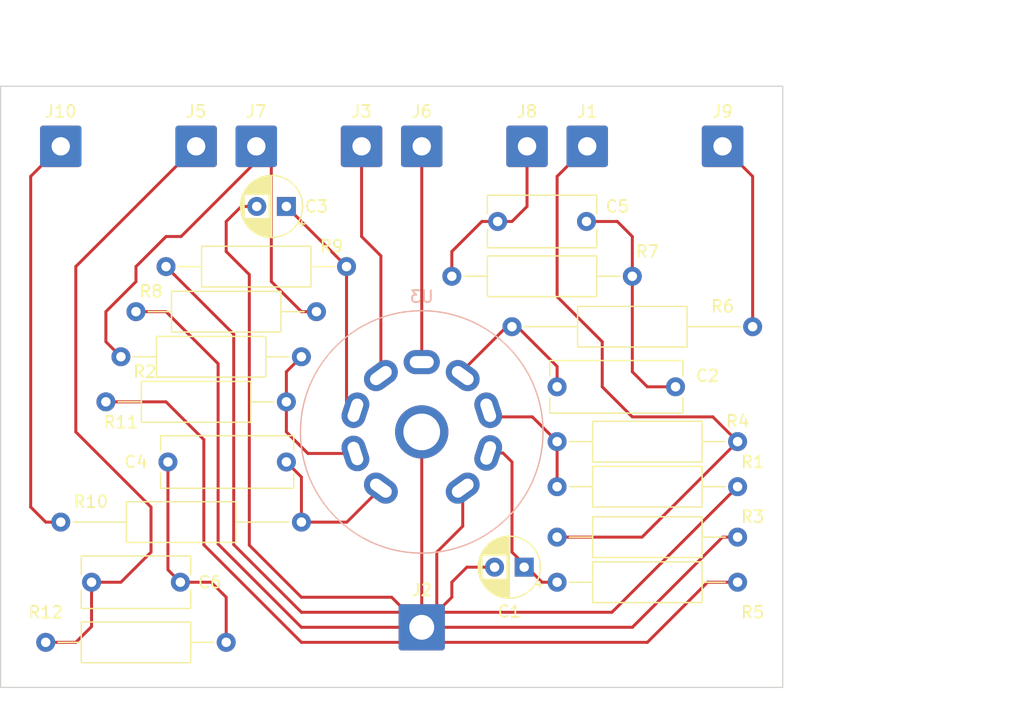
<source format=kicad_pcb>
(kicad_pcb (version 20211014) (generator pcbnew)
  (layers (0 "F.Cu" signal) (31 "B.Cu" signal) (34 "B.Paste" user) (35 "F.Paste" user) (36 "B.SilkS" user "B.Silkscreen") (37 "F.SilkS" user "F.Silkscreen") (38 "B.Mask" user) (39 "F.Mask" user) (44 "Edge.Cuts" user))
  (net 0 "")
  (net 1 "GND")
  (net 2 "Net-(C1-Pad1)")
  (net 3 "Net-(C3-Pad1)")
  (net 4 "Net-(C4-Pad1)")
  (net 5 "Net-(C2-Pad1)")
  (net 6 "Net-(C2-Pad2)")
  (net 7 "Net-(J8-Pad1)")
  (net 8 "Net-(J7-Pad1)")
  (net 9 "-3V3")
  (net 10 "+3V0")
  (net 11 "Net-(C4-Pad2)")
  (net 12 "Net-(J1-Pad1)")
  (net 13 "Net-(J5-Pad1)")
  (net 14 "Net-(J9-Pad1)")
  (net 15 "Net-(J10-Pad1)")
  (net 16 "Net-(R1-Pad2)")
  (net 17 "Net-(R11-Pad2)")
  (footprint "Resistor_THT:R_Axial_DIN0309_L9.0mm_D3.2mm_P15.24mm_Horizontal" (layer "F.Cu") (at 120.65 99.06)
    (fp_text reference "R8" (at 1.27 -1.72) (layer "F.SilkS"))
    (fp_text value "LEAK")
    (fp_line (start 12.24 -1.72) (end 3 -1.72) (layer "F.SilkS") (width 0.12))
    (fp_line (start 3 1.72) (end 12.24 1.72) (layer "F.SilkS") (width 0.12))
    (fp_line (start 14.2 0) (end 12.24 0) (layer "F.SilkS") (width 0.12))
    (fp_line (start 3 -1.72) (end 3 1.72) (layer "F.SilkS") (width 0.12))
    (fp_line (start 12.24 1.72) (end 12.24 -1.72) (layer "F.SilkS") (width 0.12))
    (fp_line (start 1.04 0) (end 3 0) (layer "F.SilkS") (width 0.12))
    (pad "1" thru_hole circle (at 0 0) (size 1.6 1.6) (drill 0.8) (layers *.Cu *.Mask) (net 1 "GND"))
    (pad "2" thru_hole oval (at 15.24 0) (size 1.6 1.6) (drill 0.8) (layers *.Cu *.Mask) (net 8 "Net-(J7-Pad1)"))
  )
  (footprint "Capacitor_THT:C_Rect_L11.0mm_W4.2mm_P10.00mm_MKT" (layer "F.Cu") (at 156.21 105.41)
    (fp_text reference "C2" (at 12.7 -0.925) (layer "F.SilkS"))
    (fp_text value "22n")
    (fp_line (start -0.62 2.22) (end 10.62 2.22) (layer "F.SilkS") (width 0.12))
    (fp_line (start 10.62 -2.22) (end 10.62 -0.925) (layer "F.SilkS") (width 0.12))
    (fp_line (start -0.62 -2.22) (end -0.62 -0.925) (layer "F.SilkS") (width 0.12))
    (fp_line (start -0.62 -2.22) (end 10.62 -2.22) (layer "F.SilkS") (width 0.12))
    (fp_line (start 10.62 0.925) (end 10.62 2.22) (layer "F.SilkS") (width 0.12))
    (fp_line (start -0.62 0.925) (end -0.62 2.22) (layer "F.SilkS") (width 0.12))
    (pad "1" thru_hole circle (at 0 0) (size 1.6 1.6) (drill 0.8) (layers *.Cu *.Mask) (net 5 "Net-(C2-Pad1)"))
    (pad "2" thru_hole circle (at 10 0) (size 1.6 1.6) (drill 0.8) (layers *.Cu *.Mask) (net 6 "Net-(C2-Pad2)"))
  )
  (footprint "Connector_Wire:SolderWire-0.75sqmm_1x01_D1.25mm_OD3.5mm" (layer "F.Cu") (at 170.18 85.09)
    (fp_text reference "J9" (at 0 -2.95) (layer "F.SilkS"))
    (fp_text value "HT_V2")
    (pad "1" thru_hole roundrect (at 0 0) (size 3.5 3.5) (drill 1.55) (layers *.Cu *.Mask) (roundrect_rratio 0.071429) (net 14 "Net-(J9-Pad1)"))
  )
  (footprint "Connector_Wire:SolderWire-0.75sqmm_1x01_D1.25mm_OD3.5mm" (layer "F.Cu") (at 130.81 85.09)
    (fp_text reference "J7" (at 0 -2.95) (layer "F.SilkS"))
    (fp_text value "IN_V1")
    (pad "1" thru_hole roundrect (at 0 0) (size 3.5 3.5) (drill 1.55) (layers *.Cu *.Mask) (roundrect_rratio 0.071429) (net 8 "Net-(J7-Pad1)"))
  )
  (footprint "Resistor_THT:R_Axial_DIN0309_L9.0mm_D3.2mm_P20.32mm_Horizontal" (layer "F.Cu") (at 114.3 116.84)
    (fp_text reference "R10" (at 2.54 -1.72) (layer "F.SilkS"))
    (fp_text value "220K")
    (fp_line (start 19.28 0) (end 14.78 0) (layer "F.SilkS") (width 0.12))
    (fp_line (start 14.78 -1.72) (end 5.54 -1.72) (layer "F.SilkS") (width 0.12))
    (fp_line (start 5.54 -1.72) (end 5.54 1.72) (layer "F.SilkS") (width 0.12))
    (fp_line (start 1.04 0) (end 5.54 0) (layer "F.SilkS") (width 0.12))
    (fp_line (start 5.54 1.72) (end 14.78 1.72) (layer "F.SilkS") (width 0.12))
    (fp_line (start 14.78 1.72) (end 14.78 -1.72) (layer "F.SilkS") (width 0.12))
    (pad "1" thru_hole circle (at 0 0) (size 1.6 1.6) (drill 0.8) (layers *.Cu *.Mask) (net 15 "Net-(J10-Pad1)"))
    (pad "2" thru_hole oval (at 20.32 0) (size 1.6 1.6) (drill 0.8) (layers *.Cu *.Mask) (net 4 "Net-(C4-Pad1)"))
  )
  (footprint "Connector_Wire:SolderWire-0.75sqmm_1x01_D1.25mm_OD3.5mm" (layer "F.Cu") (at 114.3 85.09)
    (fp_text reference "J10" (at 0 -2.95) (layer "F.SilkS"))
    (fp_text value "HT_V1")
    (pad "1" thru_hole roundrect (at 0 0) (size 3.5 3.5) (drill 1.55) (layers *.Cu *.Mask) (roundrect_rratio 0.071429) (net 15 "Net-(J10-Pad1)"))
  )
  (footprint "Connector_Wire:SolderWire-1.5sqmm_1x01_D1.7mm_OD3.9mm" (layer "F.Cu") (at 144.78 125.73)
    (fp_text reference "J2" (at 0 -3.15) (layer "F.SilkS"))
    (fp_text value "GND")
    (pad "1" thru_hole roundrect (at 0 0) (size 3.9 3.9) (drill 2.1) (layers *.Cu *.Mask) (roundrect_rratio 0.064103) (net 1 "GND"))
  )
  (footprint "Connector_Wire:SolderWire-0.75sqmm_1x01_D1.25mm_OD3.5mm" (layer "F.Cu") (at 125.73 85.09)
    (fp_text reference "J5" (at 0 -2.95) (layer "F.SilkS"))
    (fp_text value "OUT_V1")
    (pad "1" thru_hole roundrect (at 0 0) (size 3.5 3.5) (drill 1.55) (layers *.Cu *.Mask) (roundrect_rratio 0.071429) (net 13 "Net-(J5-Pad1)"))
  )
  (footprint "Resistor_THT:R_Axial_DIN0309_L9.0mm_D3.2mm_P15.24mm_Horizontal" (layer "F.Cu") (at 156.21 121.92)
    (fp_text reference "R5" (at 16.51 2.54) (layer "F.SilkS"))
    (fp_text value "1.8K")
    (fp_line (start 3 -1.72) (end 3 1.72) (layer "F.SilkS") (width 0.12))
    (fp_line (start 12.24 1.72) (end 12.24 -1.72) (layer "F.SilkS") (width 0.12))
    (fp_line (start 12.24 -1.72) (end 3 -1.72) (layer "F.SilkS") (width 0.12))
    (fp_line (start 1.04 0) (end 3 0) (layer "F.SilkS") (width 0.12))
    (fp_line (start 14.2 0) (end 12.24 0) (layer "F.SilkS") (width 0.12))
    (fp_line (start 3 1.72) (end 12.24 1.72) (layer "F.SilkS") (width 0.12))
    (pad "1" thru_hole circle (at 0 0) (size 1.6 1.6) (drill 0.8) (layers *.Cu *.Mask) (net 2 "Net-(C1-Pad1)"))
    (pad "2" thru_hole oval (at 15.24 0) (size 1.6 1.6) (drill 0.8) (layers *.Cu *.Mask) (net 1 "GND"))
  )
  (footprint "Capacitor_THT:C_Rect_L9.0mm_W4.2mm_P7.50mm_MKT" (layer "F.Cu") (at 124.4 121.92 180)
    (fp_text reference "C6" (at -2.48 0) (layer "F.SilkS"))
    (fp_text value "BRIGHT")
    (fp_line (start 8.37 -2.22) (end 8.37 -0.665) (layer "F.SilkS") (width 0.12))
    (fp_line (start -0.87 -2.22) (end 8.37 -2.22) (layer "F.SilkS") (width 0.12))
    (fp_line (start 8.37 0.665) (end 8.37 2.22) (layer "F.SilkS") (width 0.12))
    (fp_line (start -0.87 0.665) (end -0.87 2.22) (layer "F.SilkS") (width 0.12))
    (fp_line (start -0.87 2.22) (end 8.37 2.22) (layer "F.SilkS") (width 0.12))
    (fp_line (start -0.87 -2.22) (end -0.87 -0.665) (layer "F.SilkS") (width 0.12))
    (pad "1" thru_hole circle (at 0 0 180) (size 1.6 1.6) (drill 0.8) (layers *.Cu *.Mask) (net 11 "Net-(C4-Pad2)"))
    (pad "2" thru_hole circle (at 7.5 0 180) (size 1.6 1.6) (drill 0.8) (layers *.Cu *.Mask) (net 13 "Net-(J5-Pad1)"))
  )
  (footprint "Resistor_THT:R_Axial_DIN0309_L9.0mm_D3.2mm_P15.24mm_Horizontal" (layer "F.Cu") (at 119.38 102.87)
    (fp_text reference "R2" (at 2.02 1.27) (layer "F.SilkS"))
    (fp_text value "GRID")
    (fp_line (start 14.2 0) (end 12.24 0) (layer "F.SilkS") (width 0.12))
    (fp_line (start 3 1.72) (end 12.24 1.72) (layer "F.SilkS") (width 0.12))
    (fp_line (start 12.24 -1.72) (end 3 -1.72) (layer "F.SilkS") (width 0.12))
    (fp_line (start 3 -1.72) (end 3 1.72) (layer "F.SilkS") (width 0.12))
    (fp_line (start 1.04 0) (end 3 0) (layer "F.SilkS") (width 0.12))
    (fp_line (start 12.24 1.72) (end 12.24 -1.72) (layer "F.SilkS") (width 0.12))
    (pad "1" thru_hole circle (at 0 0) (size 1.6 1.6) (drill 0.8) (layers *.Cu *.Mask) (net 8 "Net-(J7-Pad1)"))
    (pad "2" thru_hole oval (at 15.24 0) (size 1.6 1.6) (drill 0.8) (layers *.Cu *.Mask) (net 17 "Net-(R11-Pad2)"))
  )
  (footprint "Capacitor_THT:C_Rect_L9.0mm_W4.2mm_P7.50mm_MKT" (layer "F.Cu") (at 158.69 91.44 180)
    (fp_text reference "C5" (at -2.6 1.27) (layer "F.SilkS"))
    (fp_text value "BRIGHT")
    (fp_line (start 8.37 0.665) (end 8.37 2.22) (layer "F.SilkS") (width 0.12))
    (fp_line (start -0.87 -2.22) (end 8.37 -2.22) (layer "F.SilkS") (width 0.12))
    (fp_line (start -0.87 0.665) (end -0.87 2.22) (layer "F.SilkS") (width 0.12))
    (fp_line (start -0.87 2.22) (end 8.37 2.22) (layer "F.SilkS") (width 0.12))
    (fp_line (start 8.37 -2.22) (end 8.37 -0.665) (layer "F.SilkS") (width 0.12))
    (fp_line (start -0.87 -2.22) (end -0.87 -0.665) (layer "F.SilkS") (width 0.12))
    (pad "1" thru_hole circle (at 0 0 180) (size 1.6 1.6) (drill 0.8) (layers *.Cu *.Mask) (net 6 "Net-(C2-Pad2)"))
    (pad "2" thru_hole circle (at 7.5 0 180) (size 1.6 1.6) (drill 0.8) (layers *.Cu *.Mask) (net 7 "Net-(J8-Pad1)"))
  )
  (footprint "Resistor_THT:R_Axial_DIN0309_L9.0mm_D3.2mm_P15.24mm_Horizontal" (layer "F.Cu") (at 156.21 118.11)
    (fp_text reference "R3" (at 16.51 -1.72) (layer "F.SilkS"))
    (fp_text value "LEAK")
    (fp_line (start 1.04 0) (end 3 0) (layer "F.SilkS") (width 0.12))
    (fp_line (start 12.24 -1.72) (end 3 -1.72) (layer "F.SilkS") (width 0.12))
    (fp_line (start 14.2 0) (end 12.24 0) (layer "F.SilkS") (width 0.12))
    (fp_line (start 3 -1.72) (end 3 1.72) (layer "F.SilkS") (width 0.12))
    (fp_line (start 12.24 1.72) (end 12.24 -1.72) (layer "F.SilkS") (width 0.12))
    (fp_line (start 3 1.72) (end 12.24 1.72) (layer "F.SilkS") (width 0.12))
    (pad "1" thru_hole circle (at 0 0) (size 1.6 1.6) (drill 0.8) (layers *.Cu *.Mask) (net 12 "Net-(J1-Pad1)"))
    (pad "2" thru_hole oval (at 15.24 0) (size 1.6 1.6) (drill 0.8) (layers *.Cu *.Mask) (net 1 "GND"))
  )
  (footprint "MountingHole:MountingHole_3.2mm_M3" (layer "F.Cu") (at 171.45 127)
    (fp_text reference "H1" hide)
    (fp_text value "MountingHole")
    (pad "" np_thru_hole circle (at 0 0) (size 3.2 3.2) (drill 3.2) (layers *.Cu *.Mask))
  )
  (footprint "MountingHole:MountingHole_3.2mm_M3" (layer "F.Cu") (at 190.5 76.2)
    (fp_text reference "H2" hide)
    (fp_text value "MountingHole")
    (pad "" np_thru_hole circle (at 0 0) (size 3.2 3.2) (drill 3.2) (layers *.Cu *.Mask))
  )
  (footprint "Connector_Wire:SolderWire-0.75sqmm_1x01_D1.25mm_OD3.5mm" (layer "F.Cu") (at 153.67 85.09)
    (fp_text reference "J8" (at 0 -2.95) (layer "F.SilkS"))
    (fp_text value "OUT_V2")
    (pad "1" thru_hole roundrect (at 0 0) (size 3.5 3.5) (drill 1.55) (layers *.Cu *.Mask) (roundrect_rratio 0.071429) (net 7 "Net-(J8-Pad1)"))
  )
  (footprint "Connector_Wire:SolderWire-0.75sqmm_1x01_D1.25mm_OD3.5mm" (layer "F.Cu") (at 144.78 85.09)
    (fp_text reference "J6" (at 0 -2.95) (layer "F.SilkS"))
    (fp_text value "ACFIL")
    (pad "1" thru_hole roundrect (at 0 0) (size 3.5 3.5) (drill 1.55) (layers *.Cu *.Mask) (roundrect_rratio 0.071429) (net 10 "+3V0"))
  )
  (footprint "Capacitor_THT:CP_Radial_D5.0mm_P2.50mm" (layer "F.Cu") (at 133.35 90.17 180)
    (fp_text reference "C3" (at -2.54 0) (layer "F.SilkS"))
    (fp_text value "1µF")
    (fp_line (start 3.091 1.04) (end 3.091 1.826) (layer "F.SilkS") (width 0.12))
    (fp_line (start 3.491 -1.319) (end 3.491 -1.04) (layer "F.SilkS") (width 0.12))
    (fp_line (start 1.61 -2.556) (end 1.61 -1.04) (layer "F.SilkS") (width 0.12))
    (fp_line (start 3.651 -1.011) (end 3.651 1.011) (layer "F.SilkS") (width 0.12))
    (fp_line (start 2.051 -2.455) (end 2.051 -1.04) (layer "F.SilkS") (width 0.12))
    (fp_line (start 1.69 -2.543) (end 1.69 -1.04) (layer "F.SilkS") (width 0.12))
    (fp_line (start 2.731 -2.122) (end 2.731 -1.04) (layer "F.SilkS") (width 0.12))
    (fp_line (start 3.011 1.04) (end 3.011 1.901) (layer "F.SilkS") (width 0.12))
    (fp_line (start 3.691 -0.915) (end 3.691 0.915) (layer "F.SilkS") (width 0.12))
    (fp_line (start 1.53 1.04) (end 1.53 2.565) (layer "F.SilkS") (width 0.12))
    (fp_line (start 3.251 1.04) (end 3.251 1.653) (layer "F.SilkS") (width 0.12))
    (fp_line (start 2.011 -2.468) (end 2.011 -1.04) (layer "F.SilkS") (width 0.12))
    (fp_line (start 2.291 1.04) (end 2.291 2.365) (layer "F.SilkS") (width 0.12))
    (fp_line (start 2.931 -1.971) (end 2.931 -1.04) (layer "F.SilkS") (width 0.12))
    (fp_line (start 3.171 -1.743) (end 3.171 -1.04) (layer "F.SilkS") (width 0.12))
    (fp_line (start 3.051 1.04) (end 3.051 1.864) (layer "F.SilkS") (width 0.12))
    (fp_line (start 1.77 1.04) (end 1.77 2.528) (layer "F.SilkS") (width 0.12))
    (fp_line (start 2.251 -2.382) (end 2.251 -1.04) (layer "F.SilkS") (width 0.12))
    (fp_line (start 2.851 -2.035) (end 2.851 -1.04) (layer "F.SilkS") (width 0.12))
    (fp_line (start 1.33 -2.579) (end 1.33 2.579) (layer "F.SilkS") (width 0.12))
    (fp_line (start -1.304775 -1.725) (end -1.304775 -1.225) (layer "F.SilkS") (width 0.12))
    (fp_line (start 2.651 -2.175) (end 2.651 -1.04) (layer "F.SilkS") (width 0.12))
    (fp_line (start 2.691 -2.149) (end 2.691 -1.04) (layer "F.SilkS") (width 0.12))
    (fp_line (start 2.371 1.04) (end 2.371 2.329) (layer "F.SilkS") (width 0.12))
    (fp_line (start 2.851 1.04) (end 2.851 2.035) (layer "F.SilkS") (width 0.12))
    (fp_line (start 1.73 -2.536) (end 1.73 -1.04) (layer "F.SilkS") (width 0.12))
    (fp_line (start 3.411 1.04) (end 3.411 1.443) (layer "F.SilkS") (width 0.12))
    (fp_line (start 2.731 1.04) (end 2.731 2.122) (layer "F.SilkS") (width 0.12))
    (fp_line (start 2.211 1.04) (end 2.211 2.398) (layer "F.SilkS") (width 0.12))
    (fp_line (start 1.971 1.04) (end 1.971 2.48) (layer "F.SilkS") (width 0.12))
    (fp_line (start -1.554775 -1.475) (end -1.054775 -1.475) (layer "F.SilkS") (width 0.12))
    (fp_line (start 2.011 1.04) (end 2.011 2.468) (layer "F.SilkS") (width 0.12))
    (fp_line (start 2.491 1.04) (end 2.491 2.268) (layer "F.SilkS") (width 0.12))
    (fp_line (start 3.331 1.04) (end 3.331 1.554) (layer "F.SilkS") (width 0.12))
    (fp_line (start 2.971 1.04) (end 2.971 1.937) (layer "F.SilkS") (width 0.12))
    (fp_line (start 2.091 -2.442) (end 2.091 -1.04) (layer "F.SilkS") (width 0.12))
    (fp_line (start 2.411 -2.31) (end 2.411 -1.04) (layer "F.SilkS") (width 0.12))
    (fp_line (start 3.371 1.04) (end 3.371 1.5) (layer "F.SilkS") (width 0.12))
    (fp_line (start 3.771 -0.677) (end 3.771 0.677) (layer "F.SilkS") (width 0.12))
    (fp_line (start 1.53 -2.565) (end 1.53 -1.04) (layer "F.SilkS") (width 0.12))
    (fp_line (start 2.251 1.04) (end 2.251 2.382) (layer "F.SilkS") (width 0.12))
    (fp_line (start 3.131 -1.785) (end 3.131 -1.04) (layer "F.SilkS") (width 0.12))
    (fp_line (start 3.171 1.04) (end 3.171 1.743) (layer "F.SilkS") (width 0.12))
    (fp_line (start 1.89 -2.501) (end 1.89 -1.04) (layer "F.SilkS") (width 0.12))
    (fp_line (start 1.93 1.04) (end 1.93 2.491) (layer "F.SilkS") (width 0.12))
    (fp_line (start 3.131 1.04) (end 3.131 1.785) (layer "F.SilkS") (width 0.12))
    (fp_line (start 1.29 -2.58) (end 1.29 2.58) (layer "F.SilkS") (width 0.12))
    (fp_line (start 1.971 -2.48) (end 1.971 -1.04) (layer "F.SilkS") (width 0.12))
    (fp_line (start 2.811 1.04) (end 2.811 2.065) (layer "F.SilkS") (width 0.12))
    (fp_line (start 1.77 -2.528) (end 1.77 -1.04) (layer "F.SilkS") (width 0.12))
    (fp_line (start 1.49 -2.569) (end 1.49 -1.04) (layer "F.SilkS") (width 0.12))
    (fp_line (start 2.611 1.04) (end 2.611 2.2) (layer "F.SilkS") (width 0.12))
    (fp_line (start 1.81 -2.52) (end 1.81 -1.04) (layer "F.SilkS") (width 0.12))
    (fp_line (start 2.051 1.04) (end 2.051 2.455) (layer "F.SilkS") (width 0.12))
    (fp_line (start 1.65 -2.55) (end 1.65 -1.04) (layer "F.SilkS") (width 0.12))
    (fp_line (start 3.211 1.04) (end 3.211 1.699) (layer "F.SilkS") (width 0.12))
    (fp_line (start 2.531 1.04) (end 2.531 2.247) (layer "F.SilkS") (width 0.12))
    (fp_line (start 2.411 1.04) (end 2.411 2.31) (layer "F.SilkS") (width 0.12))
    (fp_line (start 3.811 -0.518) (end 3.811 0.518) (layer "F.SilkS") (width 0.12))
    (fp_line (start 1.25 -2.58) (end 1.25 2.58) (layer "F.SilkS") (width 0.12))
    (fp_line (start 2.531 -2.247) (end 2.531 -1.04) (layer "F.SilkS") (width 0.12))
    (fp_line (start 2.651 1.04) (end 2.651 2.175) (layer "F.SilkS") (width 0.12))
    (fp_line (start 2.371 -2.329) (end 2.371 -1.04) (layer "F.SilkS") (width 0.12))
    (fp_line (start 3.371 -1.5) (end 3.371 -1.04) (layer "F.SilkS") (width 0.12))
    (fp_line (start 2.571 1.04) (end 2.571 2.224) (layer "F.SilkS") (width 0.12))
    (fp_line (start 3.411 -1.443) (end 3.411 -1.04) (layer "F.SilkS") (width 0.12))
    (fp_line (start 3.731 -0.805) (end 3.731 0.805) (layer "F.SilkS") (width 0.12))
    (fp_line (start 2.211 -2.398) (end 2.211 -1.04) (layer "F.SilkS") (width 0.12))
    (fp_line (start 1.57 1.04) (end 1.57 2.561) (layer "F.SilkS") (width 0.12))
    (fp_line (start 1.65 1.04) (end 1.65 2.55) (layer "F.SilkS") (width 0.12))
    (fp_line (start 3.851 -0.284) (end 3.851 0.284) (layer "F.SilkS") (width 0.12))
    (fp_line (start 1.81 1.04) (end 1.81 2.52) (layer "F.SilkS") (width 0.12))
    (fp_line (start 3.491 1.04) (end 3.491 1.319) (layer "F.SilkS") (width 0.12))
    (fp_line (start 2.291 -2.365) (end 2.291 -1.04) (layer "F.SilkS") (width 0.12))
    (fp_line (start 2.891 1.04) (end 2.891 2.004) (layer "F.SilkS") (width 0.12))
    (fp_line (start 1.69 1.04) (end 1.69 2.543) (layer "F.SilkS") (width 0.12))
    (fp_line (start 2.811 -2.065) (end 2.811 -1.04) (layer "F.SilkS") (width 0.12))
    (fp_line (start 2.771 -2.095) (end 2.771 -1.04) (layer "F.SilkS") (width 0.12))
    (fp_line (start 2.891 -2.004) (end 2.891 -1.04) (layer "F.SilkS") (width 0.12))
    (fp_line (start 1.93 -2.491) (end 1.93 -1.04) (layer "F.SilkS") (width 0.12))
    (fp_line (start 2.131 1.04) (end 2.131 2.428) (layer "F.SilkS") (width 0.12))
    (fp_line (start 2.131 -2.428) (end 2.131 -1.04) (layer "F.SilkS") (width 0.12))
    (fp_line (start 2.771 1.04) (end 2.771 2.095) (layer "F.SilkS") (width 0.12))
    (fp_line (start 3.051 -1.864) (end 3.051 -1.04) (layer "F.SilkS") (width 0.12))
    (fp_line (start 3.291 -1.605) (end 3.291 -1.04) (layer "F.SilkS") (width 0.12))
    (fp_line (start 2.491 -2.268) (end 2.491 -1.04) (layer "F.SilkS") (width 0.12))
    (fp_line (start 2.331 1.04) (end 2.331 2.348) (layer "F.SilkS") (width 0.12))
    (fp_line (start 3.291 1.04) (end 3.291 1.605) (layer "F.SilkS") (width 0.12))
    (fp_line (start 2.171 -2.414) (end 2.171 -1.04) (layer "F.SilkS") (width 0.12))
    (fp_line (start 2.611 -2.2) (end 2.611 -1.04) (layer "F.SilkS") (width 0.12))
    (fp_line (start 2.691 1.04) (end 2.691 2.149) (layer "F.SilkS") (width 0.12))
    (fp_line (start 2.571 -2.224) (end 2.571 -1.04) (layer "F.SilkS") (width 0.12))
    (fp_line (start 2.171 1.04) (end 2.171 2.414) (layer "F.SilkS") (width 0.12))
    (fp_line (start 2.331 -2.348) (end 2.331 -1.04) (layer "F.SilkS") (width 0.12))
    (fp_line (start 3.611 -1.098) (end 3.611 1.098) (layer "F.SilkS") (width 0.12))
    (fp_line (start 3.211 -1.699) (end 3.211 -1.04) (layer "F.SilkS") (width 0.12))
    (fp_line (start 2.451 1.04) (end 2.451 2.29) (layer "F.SilkS") (width 0.12))
    (fp_line (start 1.61 1.04) (end 1.61 2.556) (layer "F.SilkS") (width 0.12))
    (fp_line (start 1.37 -2.578) (end 1.37 2.578) (layer "F.SilkS") (width 0.12))
    (fp_line (start 3.451 1.04) (end 3.451 1.383) (layer "F.SilkS") (width 0.12))
    (fp_line (start 3.091 -1.826) (end 3.091 -1.04) (layer "F.SilkS") (width 0.12))
    (fp_line (start 2.971 -1.937) (end 2.971 -1.04) (layer "F.SilkS") (width 0.12))
    (fp_line (start 1.85 1.04) (end 1.85 2.511) (layer "F.SilkS") (width 0.12))
    (fp_line (start 1.89 1.04) (end 1.89 2.501) (layer "F.SilkS") (width 0.12))
    (fp_line (start 3.251 -1.653) (end 3.251 -1.04) (layer "F.SilkS") (width 0.12))
    (fp_line (start 1.49 1.04) (end 1.49 2.569) (layer "F.SilkS") (width 0.12))
    (fp_line (start 2.451 -2.29) (end 2.451 -1.04) (layer "F.SilkS") (width 0.12))
    (fp_line (start 1.41 -2.576) (end 1.41 2.576) (layer "F.SilkS") (width 0.12))
    (fp_line (start 1.45 -2.573) (end 1.45 2.573) (layer "F.SilkS") (width 0.12))
    (fp_line (start 3.331 -1.554) (end 3.331 -1.04) (layer "F.SilkS") (width 0.12))
    (fp_line (start 1.85 -2.511) (end 1.85 -1.04) (layer "F.SilkS") (width 0.12))
    (fp_line (start 3.011 -1.901) (end 3.011 -1.04) (layer "F.SilkS") (width 0.12))
    (fp_line (start 2.091 1.04) (end 2.091 2.442) (layer "F.SilkS") (width 0.12))
    (fp_line (start 2.931 1.04) (end 2.931 1.971) (layer "F.SilkS") (width 0.12))
    (fp_line (start 3.531 1.04) (end 3.531 1.251) (layer "F.SilkS") (width 0.12))
    (fp_line (start 3.531 -1.251) (end 3.531 -1.04) (layer "F.SilkS") (width 0.12))
    (fp_line (start 1.73 1.04) (end 1.73 2.536) (layer "F.SilkS") (width 0.12))
    (fp_line (start 3.451 -1.383) (end 3.451 -1.04) (layer "F.SilkS") (width 0.12))
    (fp_line (start 3.571 -1.178) (end 3.571 1.178) (layer "F.SilkS") (width 0.12))
    (fp_line (start 1.57 -2.561) (end 1.57 -1.04) (layer "F.SilkS") (width 0.12))
    (fp_circle (center 1.25 0) (end 3.87 0) (layer "F.SilkS") (width 0.12) (fill none))
    (pad "1" thru_hole rect (at 0 0 180) (size 1.6 1.6) (drill 0.8) (layers *.Cu *.Mask) (net 3 "Net-(C3-Pad1)"))
    (pad "2" thru_hole circle (at 2.5 0 180) (size 1.6 1.6) (drill 0.8) (layers *.Cu *.Mask) (net 1 "GND"))
  )
  (footprint "Resistor_THT:R_Axial_DIN0309_L9.0mm_D3.2mm_P15.24mm_Horizontal" (layer "F.Cu") (at 118.11 106.68)
    (fp_text reference "R11" (at 1.27 1.72) (layer "F.SilkS"))
    (fp_text value "DIV")
    (fp_line (start 14.2 0) (end 12.24 0) (layer "F.SilkS") (width 0.12))
    (fp_line (start 12.24 1.72) (end 12.24 -1.72) (layer "F.SilkS") (width 0.12))
    (fp_line (start 1.04 0) (end 3 0) (layer "F.SilkS") (width 0.12))
    (fp_line (start 12.24 -1.72) (end 3 -1.72) (layer "F.SilkS") (width 0.12))
    (fp_line (start 3 1.72) (end 12.24 1.72) (layer "F.SilkS") (width 0.12))
    (fp_line (start 3 -1.72) (end 3 1.72) (layer "F.SilkS") (width 0.12))
    (pad "1" thru_hole circle (at 0 0) (size 1.6 1.6) (drill 0.8) (layers *.Cu *.Mask) (net 1 "GND"))
    (pad "2" thru_hole oval (at 15.24 0) (size 1.6 1.6) (drill 0.8) (layers *.Cu *.Mask) (net 17 "Net-(R11-Pad2)"))
  )
  (footprint "Connector_Wire:SolderWire-0.75sqmm_1x01_D1.25mm_OD3.5mm" (layer "F.Cu") (at 158.75 85.09)
    (fp_text reference "J1" (at 0 -2.95) (layer "F.SilkS"))
    (fp_text value "IN_V2")
    (pad "1" thru_hole roundrect (at 0 0) (size 3.5 3.5) (drill 1.55) (layers *.Cu *.Mask) (roundrect_rratio 0.071429) (net 12 "Net-(J1-Pad1)"))
  )
  (footprint "MountingHole:MountingHole_3.2mm_M3" (layer "F.Cu") (at 142.24 91.44)
    (fp_text reference "H3" hide)
    (fp_text value "MountingHole")
    (pad "" np_thru_hole circle (at 0 0) (size 3.2 3.2) (drill 3.2) (layers *.Cu *.Mask))
  )
  (footprint "Capacitor_THT:C_Rect_L11.0mm_W4.2mm_P10.00mm_MKT" (layer "F.Cu") (at 133.35 111.76 180)
    (fp_text reference "C4" (at 12.7 0 180) (layer "F.SilkS"))
    (fp_text value "22n")
    (fp_line (start -0.62 2.22) (end 10.62 2.22) (layer "F.SilkS") (width 0.12))
    (fp_line (start -0.62 -2.22) (end -0.62 -0.925) (layer "F.SilkS") (width 0.12))
    (fp_line (start -0.62 -2.22) (end 10.62 -2.22) (layer "F.SilkS") (width 0.12))
    (fp_line (start 10.62 -2.22) (end 10.62 -0.925) (layer "F.SilkS") (width 0.12))
    (fp_line (start -0.62 0.925) (end -0.62 2.22) (layer "F.SilkS") (width 0.12))
    (fp_line (start 10.62 0.925) (end 10.62 2.22) (layer "F.SilkS") (width 0.12))
    (pad "1" thru_hole circle (at 0 0 180) (size 1.6 1.6) (drill 0.8) (layers *.Cu *.Mask) (net 4 "Net-(C4-Pad1)"))
    (pad "2" thru_hole circle (at 10 0 180) (size 1.6 1.6) (drill 0.8) (layers *.Cu *.Mask) (net 11 "Net-(C4-Pad2)"))
  )
  (footprint "Resistor_THT:R_Axial_DIN0309_L9.0mm_D3.2mm_P15.24mm_Horizontal" (layer "F.Cu") (at 128.27 127 180)
    (fp_text reference "R12" (at 15.24 2.54) (layer "F.SilkS"))
    (fp_text value "470K")
    (fp_line (start 12.24 1.72) (end 12.24 -1.72) (layer "F.SilkS") (width 0.12))
    (fp_line (start 3 -1.72) (end 3 1.72) (layer "F.SilkS") (width 0.12))
    (fp_line (start 14.2 0) (end 12.24 0) (layer "F.SilkS") (width 0.12))
    (fp_line (start 12.24 -1.72) (end 3 -1.72) (layer "F.SilkS") (width 0.12))
    (fp_line (start 1.04 0) (end 3 0) (layer "F.SilkS") (width 0.12))
    (fp_line (start 3 1.72) (end 12.24 1.72) (layer "F.SilkS") (width 0.12))
    (pad "1" thru_hole circle (at 0 0 180) (size 1.6 1.6) (drill 0.8) (layers *.Cu *.Mask) (net 11 "Net-(C4-Pad2)"))
    (pad "2" thru_hole oval (at 15.24 0 180) (size 1.6 1.6) (drill 0.8) (layers *.Cu *.Mask) (net 13 "Net-(J5-Pad1)"))
  )
  (footprint "Resistor_THT:R_Axial_DIN0309_L9.0mm_D3.2mm_P15.24mm_Horizontal" (layer "F.Cu") (at 171.45 113.85 180)
    (fp_text reference "R1" (at -1.27 2.09) (layer "F.SilkS"))
    (fp_text value "DIV")
    (fp_line (start 3 -1.72) (end 3 1.72) (layer "F.SilkS") (width 0.12))
    (fp_line (start 12.24 -1.72) (end 3 -1.72) (layer "F.SilkS") (width 0.12))
    (fp_line (start 14.2 0) (end 12.24 0) (layer "F.SilkS") (width 0.12))
    (fp_line (start 1.04 0) (end 3 0) (layer "F.SilkS") (width 0.12))
    (fp_line (start 3 1.72) (end 12.24 1.72) (layer "F.SilkS") (width 0.12))
    (fp_line (start 12.24 1.72) (end 12.24 -1.72) (layer "F.SilkS") (width 0.12))
    (pad "1" thru_hole circle (at 0 0 180) (size 1.6 1.6) (drill 0.8) (layers *.Cu *.Mask) (net 1 "GND"))
    (pad "2" thru_hole oval (at 15.24 0 180) (size 1.6 1.6) (drill 0.8) (layers *.Cu *.Mask) (net 16 "Net-(R1-Pad2)"))
  )
  (footprint "Capacitor_THT:CP_Radial_D5.0mm_P2.50mm" (layer "F.Cu") (at 153.43 120.65 180)
    (fp_text reference "C1" (at 1.25 -3.75) (layer "F.SilkS"))
    (fp_text value "0.1µF")
    (fp_line (start 1.57 -2.561) (end 1.57 -1.04) (layer "F.SilkS") (width 0.12))
    (fp_line (start 3.611 -1.098) (end 3.611 1.098) (layer "F.SilkS") (width 0.12))
    (fp_line (start 3.371 -1.5) (end 3.371 -1.04) (layer "F.SilkS") (width 0.12))
    (fp_line (start 2.211 -2.398) (end 2.211 -1.04) (layer "F.SilkS") (width 0.12))
    (fp_line (start 2.731 -2.122) (end 2.731 -1.04) (layer "F.SilkS") (width 0.12))
    (fp_line (start 2.971 1.04) (end 2.971 1.937) (layer "F.SilkS") (width 0.12))
    (fp_line (start 1.89 -2.501) (end 1.89 -1.04) (layer "F.SilkS") (width 0.12))
    (fp_line (start 2.571 1.04) (end 2.571 2.224) (layer "F.SilkS") (width 0.12))
    (fp_line (start 2.291 -2.365) (end 2.291 -1.04) (layer "F.SilkS") (width 0.12))
    (fp_line (start 2.051 1.04) (end 2.051 2.455) (layer "F.SilkS") (width 0.12))
    (fp_line (start 2.091 -2.442) (end 2.091 -1.04) (layer "F.SilkS") (width 0.12))
    (fp_line (start 3.411 -1.443) (end 3.411 -1.04) (layer "F.SilkS") (width 0.12))
    (fp_line (start 3.731 -0.805) (end 3.731 0.805) (layer "F.SilkS") (width 0.12))
    (fp_line (start 3.251 1.04) (end 3.251 1.653) (layer "F.SilkS") (width 0.12))
    (fp_line (start 1.37 -2.578) (end 1.37 2.578) (layer "F.SilkS") (width 0.12))
    (fp_line (start 3.011 1.04) (end 3.011 1.901) (layer "F.SilkS") (width 0.12))
    (fp_line (start 2.811 1.04) (end 2.811 2.065) (layer "F.SilkS") (width 0.12))
    (fp_line (start 1.81 -2.52) (end 1.81 -1.04) (layer "F.SilkS") (width 0.12))
    (fp_line (start 2.251 -2.382) (end 2.251 -1.04) (layer "F.SilkS") (width 0.12))
    (fp_line (start 2.651 1.04) (end 2.651 2.175) (layer "F.SilkS") (width 0.12))
    (fp_line (start 3.451 1.04) (end 3.451 1.383) (layer "F.SilkS") (width 0.12))
    (fp_line (start 3.251 -1.653) (end 3.251 -1.04) (layer "F.SilkS") (width 0.12))
    (fp_line (start 2.571 -2.224) (end 2.571 -1.04) (layer "F.SilkS") (width 0.12))
    (fp_line (start 1.89 1.04) (end 1.89 2.501) (layer "F.SilkS") (width 0.12))
    (fp_line (start 1.65 -2.55) (end 1.65 -1.04) (layer "F.SilkS") (width 0.12))
    (fp_line (start 3.211 -1.699) (end 3.211 -1.04) (layer "F.SilkS") (width 0.12))
    (fp_line (start 2.131 -2.428) (end 2.131 -1.04) (layer "F.SilkS") (width 0.12))
    (fp_line (start 2.531 -2.247) (end 2.531 -1.04) (layer "F.SilkS") (width 0.12))
    (fp_line (start 1.41 -2.576) (end 1.41 2.576) (layer "F.SilkS") (width 0.12))
    (fp_line (start 3.331 -1.554) (end 3.331 -1.04) (layer "F.SilkS") (width 0.12))
    (fp_line (start 1.25 -2.58) (end 1.25 2.58) (layer "F.SilkS") (width 0.12))
    (fp_line (start 3.211 1.04) (end 3.211 1.699) (layer "F.SilkS") (width 0.12))
    (fp_line (start 2.971 -1.937) (end 2.971 -1.04) (layer "F.SilkS") (width 0.12))
    (fp_line (start 2.931 1.04) (end 2.931 1.971) (layer "F.SilkS") (width 0.12))
    (fp_line (start 1.61 1.04) (end 1.61 2.556) (layer "F.SilkS") (width 0.12))
    (fp_line (start 3.131 -1.785) (end 3.131 -1.04) (layer "F.SilkS") (width 0.12))
    (fp_line (start 3.371 1.04) (end 3.371 1.5) (layer "F.SilkS") (width 0.12))
    (fp_line (start 2.691 -2.149) (end 2.691 -1.04) (layer "F.SilkS") (width 0.12))
    (fp_line (start 2.411 -2.31) (end 2.411 -1.04) (layer "F.SilkS") (width 0.12))
    (fp_line (start 3.091 1.04) (end 3.091 1.826) (layer "F.SilkS") (width 0.12))
    (fp_line (start 3.491 -1.319) (end 3.491 -1.04) (layer "F.SilkS") (width 0.12))
    (fp_line (start 3.291 -1.605) (end 3.291 -1.04) (layer "F.SilkS") (width 0.12))
    (fp_line (start 1.971 1.04) (end 1.971 2.48) (layer "F.SilkS") (width 0.12))
    (fp_line (start 1.33 -2.579) (end 1.33 2.579) (layer "F.SilkS") (width 0.12))
    (fp_line (start 2.851 1.04) (end 2.851 2.035) (layer "F.SilkS") (width 0.12))
    (fp_line (start 3.491 1.04) (end 3.491 1.319) (layer "F.SilkS") (width 0.12))
    (fp_line (start 3.811 -0.518) (end 3.811 0.518) (layer "F.SilkS") (width 0.12))
    (fp_line (start 2.491 -2.268) (end 2.491 -1.04) (layer "F.SilkS") (width 0.12))
    (fp_line (start 3.171 -1.743) (end 3.171 -1.04) (layer "F.SilkS") (width 0.12))
    (fp_line (start 2.131 1.04) (end 2.131 2.428) (layer "F.SilkS") (width 0.12))
    (fp_line (start 2.491 1.04) (end 2.491 2.268) (layer "F.SilkS") (width 0.12))
    (fp_line (start 3.051 1.04) (end 3.051 1.864) (layer "F.SilkS") (width 0.12))
    (fp_line (start 2.011 -2.468) (end 2.011 -1.04) (layer "F.SilkS") (width 0.12))
    (fp_line (start 2.891 1.04) (end 2.891 2.004) (layer "F.SilkS") (width 0.12))
    (fp_line (start 2.411 1.04) (end 2.411 2.31) (layer "F.SilkS") (width 0.12))
    (fp_line (start 1.85 1.04) (end 1.85 2.511) (layer "F.SilkS") (width 0.12))
    (fp_line (start 2.171 -2.414) (end 2.171 -1.04) (layer "F.SilkS") (width 0.12))
    (fp_line (start 2.171 1.04) (end 2.171 2.414) (layer "F.SilkS") (width 0.12))
    (fp_line (start 1.53 -2.565) (end 1.53 -1.04) (layer "F.SilkS") (width 0.12))
    (fp_line (start 2.091 1.04) (end 2.091 2.442) (layer "F.SilkS") (width 0.12))
    (fp_line (start 2.051 -2.455) (end 2.051 -1.04) (layer "F.SilkS") (width 0.12))
    (fp_line (start 2.371 -2.329) (end 2.371 -1.04) (layer "F.SilkS") (width 0.12))
    (fp_line (start 3.571 -1.178) (end 3.571 1.178) (layer "F.SilkS") (width 0.12))
    (fp_line (start 2.651 -2.175) (end 2.651 -1.04) (layer "F.SilkS") (width 0.12))
    (fp_line (start 1.971 -2.48) (end 1.971 -1.04) (layer "F.SilkS") (width 0.12))
    (fp_line (start 3.691 -0.915) (end 3.691 0.915) (layer "F.SilkS") (width 0.12))
    (fp_line (start 1.45 -2.573) (end 1.45 2.573) (layer "F.SilkS") (width 0.12))
    (fp_line (start 1.65 1.04) (end 1.65 2.55) (layer "F.SilkS") (width 0.12))
    (fp_line (start 1.49 -2.569) (end 1.49 -1.04) (layer "F.SilkS") (width 0.12))
    (fp_line (start 1.29 -2.58) (end 1.29 2.58) (layer "F.SilkS") (width 0.12))
    (fp_line (start 2.611 1.04) (end 2.611 2.2) (layer "F.SilkS") (width 0.12))
    (fp_line (start 1.61 -2.556) (end 1.61 -1.04) (layer "F.SilkS") (width 0.12))
    (fp_line (start 2.731 1.04) (end 2.731 2.122) (layer "F.SilkS") (width 0.12))
    (fp_line (start 1.69 1.04) (end 1.69 2.543) (layer "F.SilkS") (width 0.12))
    (fp_line (start -1.554775 -1.475) (end -1.054775 -1.475) (layer "F.SilkS") (width 0.12))
    (fp_line (start 3.131 1.04) (end 3.131 1.785) (layer "F.SilkS") (width 0.12))
    (fp_line (start 3.451 -1.383) (end 3.451 -1.04) (layer "F.SilkS") (width 0.12))
    (fp_line (start 3.531 -1.251) (end 3.531 -1.04) (layer "F.SilkS") (width 0.12))
    (fp_line (start 3.091 -1.826) (end 3.091 -1.04) (layer "F.SilkS") (width 0.12))
    (fp_line (start 2.931 -1.971) (end 2.931 -1.04) (layer "F.SilkS") (width 0.12))
    (fp_line (start 2.771 1.04) (end 2.771 2.095) (layer "F.SilkS") (width 0.12))
    (fp_line (start 1.93 -2.491) (end 1.93 -1.04) (layer "F.SilkS") (width 0.12))
    (fp_line (start 1.81 1.04) (end 1.81 2.52) (layer "F.SilkS") (width 0.12))
    (fp_line (start 1.85 -2.511) (end 1.85 -1.04) (layer "F.SilkS") (width 0.12))
    (fp_line (start 2.691 1.04) (end 2.691 2.149) (layer "F.SilkS") (width 0.12))
    (fp_line (start 3.771 -0.677) (end 3.771 0.677) (layer "F.SilkS") (width 0.12))
    (fp_line (start 2.211 1.04) (end 2.211 2.398) (layer "F.SilkS") (width 0.12))
    (fp_line (start 2.331 1.04) (end 2.331 2.348) (layer "F.SilkS") (width 0.12))
    (fp_line (start 3.531 1.04) (end 3.531 1.251) (layer "F.SilkS") (width 0.12))
    (fp_line (start 2.611 -2.2) (end 2.611 -1.04) (layer "F.SilkS") (width 0.12))
    (fp_line (start 1.49 1.04) (end 1.49 2.569) (layer "F.SilkS") (width 0.12))
    (fp_line (start 2.891 -2.004) (end 2.891 -1.04) (layer "F.SilkS") (width 0.12))
    (fp_line (start 2.451 1.04) (end 2.451 2.29) (layer "F.SilkS") (width 0.12))
    (fp_line (start 2.531 1.04) (end 2.531 2.247) (layer "F.SilkS") (width 0.12))
    (fp_line (start 2.291 1.04) (end 2.291 2.365) (layer "F.SilkS") (width 0.12))
    (fp_line (start 2.011 1.04) (end 2.011 2.468) (layer "F.SilkS") (width 0.12))
    (fp_line (start 3.051 -1.864) (end 3.051 -1.04) (layer "F.SilkS") (width 0.12))
    (fp_line (start 1.73 -2.536) (end 1.73 -1.04) (layer "F.SilkS") (width 0.12))
    (fp_line (start 1.93 1.04) (end 1.93 2.491) (layer "F.SilkS") (width 0.12))
    (fp_line (start 3.331 1.04) (end 3.331 1.554) (layer "F.SilkS") (width 0.12))
    (fp_line (start 2.851 -2.035) (end 2.851 -1.04) (layer "F.SilkS") (width 0.12))
    (fp_line (start 3.291 1.04) (end 3.291 1.605) (layer "F.SilkS") (width 0.12))
    (fp_line (start -1.304775 -1.725) (end -1.304775 -1.225) (layer "F.SilkS") (width 0.12))
    (fp_line (start 2.811 -2.065) (end 2.811 -1.04) (layer "F.SilkS") (width 0.12))
    (fp_line (start 3.171 1.04) (end 3.171 1.743) (layer "F.SilkS") (width 0.12))
    (fp_line (start 2.331 -2.348) (end 2.331 -1.04) (layer "F.SilkS") (width 0.12))
    (fp_line (start 2.771 -2.095) (end 2.771 -1.04) (layer "F.SilkS") (width 0.12))
    (fp_line (start 1.73 1.04) (end 1.73 2.536) (layer "F.SilkS") (width 0.12))
    (fp_line (start 3.851 -0.284) (end 3.851 0.284) (layer "F.SilkS") (width 0.12))
    (fp_line (start 1.77 1.04) (end 1.77 2.528) (layer "F.SilkS") (width 0.12))
    (fp_line (start 1.69 -2.543) (end 1.69 -1.04) (layer "F.SilkS") (width 0.12))
    (fp_line (start 2.451 -2.29) (end 2.451 -1.04) (layer "F.SilkS") (width 0.12))
    (fp_line (start 1.53 1.04) (end 1.53 2.565) (layer "F.SilkS") (width 0.12))
    (fp_line (start 3.411 1.04) (end 3.411 1.443) (layer "F.SilkS") (width 0.12))
    (fp_line (start 1.57 1.04) (end 1.57 2.561) (layer "F.SilkS") (width 0.12))
    (fp_line (start 3.651 -1.011) (end 3.651 1.011) (layer "F.SilkS") (width 0.12))
    (fp_line (start 2.251 1.04) (end 2.251 2.382) (layer "F.SilkS") (width 0.12))
    (fp_line (start 2.371 1.04) (end 2.371 2.329) (layer "F.SilkS") (width 0.12))
    (fp_line (start 1.77 -2.528) (end 1.77 -1.04) (layer "F.SilkS") (width 0.12))
    (fp_line (start 3.011 -1.901) (end 3.011 -1.04) (layer "F.SilkS") (width 0.12))
    (fp_circle (center 1.25 0) (end 3.87 0) (layer "F.SilkS") (width 0.12) (fill none))
    (pad "1" thru_hole rect (at 0 0 180) (size 1.6 1.6) (drill 0.8) (layers *.Cu *.Mask) (net 2 "Net-(C1-Pad1)"))
    (pad "2" thru_hole circle (at 2.5 0 180) (size 1.6 1.6) (drill 0.8) (layers *.Cu *.Mask) (net 1 "GND"))
  )
  (footprint "Resistor_THT:R_Axial_DIN0309_L9.0mm_D3.2mm_P15.24mm_Horizontal" (layer "F.Cu") (at 138.43 95.25 180)
    (fp_text reference "R9" (at 1.27 1.72) (layer "F.SilkS"))
    (fp_text value "1.8K")
    (fp_line (start 12.24 -1.72) (end 3 -1.72) (layer "F.SilkS") (width 0.12))
    (fp_line (start 3 1.72) (end 12.24 1.72) (layer "F.SilkS") (width 0.12))
    (fp_line (start 14.2 0) (end 12.24 0) (layer "F.SilkS") (width 0.12))
    (fp_line (start 3 -1.72) (end 3 1.72) (layer "F.SilkS") (width 0.12))
    (fp_line (start 1.04 0) (end 3 0) (layer "F.SilkS") (width 0.12))
    (fp_line (start 12.24 1.72) (end 12.24 -1.72) (layer "F.SilkS") (width 0.12))
    (pad "1" thru_hole circle (at 0 0 180) (size 1.6 1.6) (drill 0.8) (layers *.Cu *.Mask) (net 3 "Net-(C3-Pad1)"))
    (pad "2" thru_hole oval (at 15.24 0 180) (size 1.6 1.6) (drill 0.8) (layers *.Cu *.Mask) (net 1 "GND"))
  )
  (footprint "Resistor_THT:R_Axial_DIN0309_L9.0mm_D3.2mm_P15.24mm_Horizontal" (layer "F.Cu") (at 171.45 110.04 180)
    (fp_text reference "R4" (at 0 1.72) (layer "F.SilkS"))
    (fp_text value "GRID")
    (fp_line (start 12.24 -1.72) (end 3 -1.72) (layer "F.SilkS") (width 0.12))
    (fp_line (start 3 -1.72) (end 3 1.72) (layer "F.SilkS") (width 0.12))
    (fp_line (start 3 1.72) (end 12.24 1.72) (layer "F.SilkS") (width 0.12))
    (fp_line (start 12.24 1.72) (end 12.24 -1.72) (layer "F.SilkS") (width 0.12))
    (fp_line (start 1.04 0) (end 3 0) (layer "F.SilkS") (width 0.12))
    (fp_line (start 14.2 0) (end 12.24 0) (layer "F.SilkS") (width 0.12))
    (pad "1" thru_hole circle (at 0 0 180) (size 1.6 1.6) (drill 0.8) (layers *.Cu *.Mask) (net 12 "Net-(J1-Pad1)"))
    (pad "2" thru_hole oval (at 15.24 0 180) (size 1.6 1.6) (drill 0.8) (layers *.Cu *.Mask) (net 16 "Net-(R1-Pad2)"))
  )
  (footprint "Resistor_THT:R_Axial_DIN0309_L9.0mm_D3.2mm_P15.24mm_Horizontal" (layer "F.Cu") (at 162.56 96.07 180)
    (fp_text reference "R7" (at -1.27 2.09) (layer "F.SilkS"))
    (fp_text value "470K")
    (fp_line (start 12.24 -1.72) (end 3 -1.72) (layer "F.SilkS") (width 0.12))
    (fp_line (start 14.2 0) (end 12.24 0) (layer "F.SilkS") (width 0.12))
    (fp_line (start 3 -1.72) (end 3 1.72) (layer "F.SilkS") (width 0.12))
    (fp_line (start 3 1.72) (end 12.24 1.72) (layer "F.SilkS") (width 0.12))
    (fp_line (start 12.24 1.72) (end 12.24 -1.72) (layer "F.SilkS") (width 0.12))
    (fp_line (start 1.04 0) (end 3 0) (layer "F.SilkS") (width 0.12))
    (pad "1" thru_hole circle (at 0 0 180) (size 1.6 1.6) (drill 0.8) (layers *.Cu *.Mask) (net 6 "Net-(C2-Pad2)"))
    (pad "2" thru_hole oval (at 15.24 0 180) (size 1.6 1.6) (drill 0.8) (layers *.Cu *.Mask) (net 7 "Net-(J8-Pad1)"))
  )
  (footprint "Connector_Wire:SolderWire-0.75sqmm_1x01_D1.25mm_OD3.5mm" (layer "F.Cu") (at 139.7 85.09)
    (fp_text reference "J3" (at 0 -2.95) (layer "F.SilkS"))
    (fp_text value "ACFIL")
    (pad "1" thru_hole roundrect (at 0 0) (size 3.5 3.5) (drill 1.55) (layers *.Cu *.Mask) (roundrect_rratio 0.071429) (net 9 "-3V3"))
  )
  (footprint "Resistor_THT:R_Axial_DIN0309_L9.0mm_D3.2mm_P20.32mm_Horizontal" (layer "F.Cu") (at 172.72 100.33 180)
    (fp_text reference "R6" (at 2.54 1.72 180) (layer "F.SilkS"))
    (fp_text value "220K")
    (fp_line (start 14.78 -1.72) (end 5.54 -1.72) (layer "F.SilkS") (width 0.12))
    (fp_line (start 14.78 1.72) (end 14.78 -1.72) (layer "F.SilkS") (width 0.12))
    (fp_line (start 1.04 0) (end 5.54 0) (layer "F.SilkS") (width 0.12))
    (fp_line (start 5.54 1.72) (end 14.78 1.72) (layer "F.SilkS") (width 0.12))
    (fp_line (start 19.28 0) (end 14.78 0) (layer "F.SilkS") (width 0.12))
    (fp_line (start 5.54 -1.72) (end 5.54 1.72) (layer "F.SilkS") (width 0.12))
    (pad "1" thru_hole circle (at 0 0 180) (size 1.6 1.6) (drill 0.8) (layers *.Cu *.Mask) (net 14 "Net-(J9-Pad1)"))
    (pad "2" thru_hole oval (at 20.32 0 180) (size 1.6 1.6) (drill 0.8) (layers *.Cu *.Mask) (net 5 "Net-(C2-Pad1)"))
  )
  (footprint "Valve:Valve_ECC-83-2" (layer "B.Cu") (at 141.33 113.97 180)
    (fp_text reference "U3" (at -3.45 16.18) (layer "B.SilkS") (effects (justify mirror)))
    (fp_text value "ECC83")
    (fp_circle (center -3.45 4.75) (end 6.71 3.48) (layer "B.SilkS") (width 0.12) (fill none))
    (pad "1" thru_hole oval (at 0 0 234) (size 2.03 3.05) (drill oval 1.02 2.03) (layers *.Cu *.Mask) (net 4 "Net-(C4-Pad1)"))
    (pad "2" thru_hole oval (at 2.15 2.93 198) (size 2.03 3.05) (drill oval 1.02 2.03) (layers *.Cu *.Mask) (net 17 "Net-(R11-Pad2)"))
    (pad "3" thru_hole oval (at 2.15 6.58 162) (size 2.03 3.05) (drill oval 1.02 2.03) (layers *.Cu *.Mask) (net 3 "Net-(C3-Pad1)"))
    (pad "4" thru_hole oval (at 0 9.51 126) (size 2.03 3.05) (drill oval 1.02 2.03) (layers *.Cu *.Mask) (net 9 "-3V3"))
    (pad "5" thru_hole oval (at -3.45 10.65 90) (size 2.03 3.05) (drill oval 1.02 2.03) (layers *.Cu *.Mask) (net 10 "+3V0"))
    (pad "6" thru_hole oval (at -6.91 9.51 234) (size 2.03 3.05) (drill oval 1.02 2.03) (layers *.Cu *.Mask) (net 5 "Net-(C2-Pad1)"))
    (pad "7" thru_hole oval (at -9.06 6.58 198) (size 2.03 3.05) (drill oval 1.02 2.03) (layers *.Cu *.Mask) (net 16 "Net-(R1-Pad2)"))
    (pad "8" thru_hole oval (at -9.06 2.97 162) (size 2.03 3.05) (drill oval 1.02 2.03) (layers *.Cu *.Mask) (net 2 "Net-(C1-Pad1)"))
    (pad "9" thru_hole circle (at -3.45 4.75 180) (size 4.5 4.5) (drill 3.1) (layers *.Cu *.Mask) (net 1 "GND"))
    (pad "9" thru_hole oval (at -6.91 0 126) (size 2.03 3.05) (drill oval 1.02 2.03) (layers *.Cu *.Mask) (net 1 "GND"))
  )
  (gr_line (start 109.22 80.01) (end 175.26 80.01) (layer "Edge.Cuts") (width 0.1))
  (gr_line (start 109.22 130.81) (end 109.22 80.01) (layer "Edge.Cuts") (width 0.1))
  (gr_line (start 175.26 130.81) (end 109.22 130.81) (layer "Edge.Cuts") (width 0.1))
  (gr_line (start 175.26 80.01) (end 175.26 130.81) (layer "Edge.Cuts") (width 0.1))
  (segment (start 171.45 113.85) (end 160.84 124.46) (width 0.25) (layer "F.Cu") (net 1))
  (segment (start 127.586363 118.696363) (end 134.62 125.73) (width 0.25) (layer "F.Cu") (net 1))
  (segment (start 148.24 113.97) (end 148.24 117.19) (width 0.25) (layer "F.Cu") (net 1))
  (segment (start 123.19 99.06) (end 127.586363 103.456363) (width 0.25) (layer "F.Cu") (net 1))
  (segment (start 134.62 125.73) (end 144.78 125.73) (width 0.25) (layer "F.Cu") (net 1))
  (segment (start 146.05 124.46) (end 144.78 125.73) (width 0.25) (layer "F.Cu") (net 1))
  (segment (start 143.51 124.46) (end 144.78 125.73) (width 0.25) (layer "F.Cu") (net 1))
  (segment (start 146.05 119.38) (end 146.05 124.46) (width 0.25) (layer "F.Cu") (net 1))
  (segment (start 123.19 95.25) (end 128.903685 100.963685) (width 0.25) (layer "F.Cu") (net 1))
  (segment (start 127.586363 103.456363) (end 127.586363 118.696363) (width 0.25) (layer "F.Cu") (net 1))
  (segment (start 123.19 106.68) (end 126.378818 109.868818) (width 0.25) (layer "F.Cu") (net 1))
  (segment (start 134.62 123.19) (end 142.24 123.19) (width 0.25) (layer "F.Cu") (net 1))
  (segment (start 128.903685 100.963685) (end 128.903685 118.743685) (width 0.25) (layer "F.Cu") (net 1))
  (segment (start 130.85 90.17) (end 129.54 90.17) (width 0.25) (layer "F.Cu") (net 1))
  (segment (start 142.24 123.19) (end 144.78 125.73) (width 0.25) (layer "F.Cu") (net 1))
  (segment (start 148.24 117.19) (end 146.05 119.38) (width 0.25) (layer "F.Cu") (net 1))
  (segment (start 126.378818 109.868818) (end 126.378818 118.758818) (width 0.25) (layer "F.Cu") (net 1))
  (segment (start 150.93 120.65) (end 148.59 120.65) (width 0.25) (layer "F.Cu") (net 1))
  (segment (start 144.78 109.22) (end 144.78 124.46) (width 0.25) (layer "F.Cu") (net 1))
  (segment (start 146.05 125.73) (end 144.78 124.46) (width 0.25) (layer "F.Cu") (net 1))
  (segment (start 168.91 121.92) (end 163.83 127) (width 0.25) (layer "F.Cu") (net 1))
  (segment (start 144.78 125.73) (end 144.78 124.46) (width 0.25) (layer "F.Cu") (net 1))
  (segment (start 128.903685 118.743685) (end 134.62 124.46) (width 0.25) (layer "F.Cu") (net 1))
  (segment (start 118.11 106.68) (end 123.19 106.68) (width 0.25) (layer "F.Cu") (net 1))
  (segment (start 130.221007 118.791007) (end 134.62 123.19) (width 0.25) (layer "F.Cu") (net 1))
  (segment (start 171.45 121.92) (end 168.91 121.92) (width 0.25) (layer "F.Cu") (net 1))
  (segment (start 129.54 90.17) (end 128.27 91.44) (width 0.25) (layer "F.Cu") (net 1))
  (segment (start 126.378818 118.758818) (end 134.62 127) (width 0.25) (layer "F.Cu") (net 1))
  (segment (start 146.05 127) (end 144.78 125.73) (width 0.25) (layer "F.Cu") (net 1))
  (segment (start 162.56 125.73) (end 146.05 125.73) (width 0.25) (layer "F.Cu") (net 1))
  (segment (start 130.221007 95.931007) (end 130.221007 118.791007) (width 0.25) (layer "F.Cu") (net 1))
  (segment (start 143.51 127) (end 144.78 125.73) (width 0.25) (layer "F.Cu") (net 1))
  (segment (start 128.27 91.44) (end 128.27 93.98) (width 0.25) (layer "F.Cu") (net 1))
  (segment (start 163.83 127) (end 146.05 127) (width 0.25) (layer "F.Cu") (net 1))
  (segment (start 148.59 120.65) (end 147.32 121.92) (width 0.25) (layer "F.Cu") (net 1))
  (segment (start 120.65 99.06) (end 123.19 99.06) (width 0.25) (layer "F.Cu") (net 1))
  (segment (start 134.62 127) (end 143.51 127) (width 0.25) (layer "F.Cu") (net 1))
  (segment (start 170.18 118.11) (end 162.56 125.73) (width 0.25) (layer "F.Cu") (net 1))
  (segment (start 128.27 93.98) (end 130.221007 95.931007) (width 0.25) (layer "F.Cu") (net 1))
  (segment (start 134.62 124.46) (end 143.51 124.46) (width 0.25) (layer "F.Cu") (net 1))
  (segment (start 147.32 121.92) (end 147.32 123.19) (width 0.25) (layer "F.Cu") (net 1))
  (segment (start 171.45 118.11) (end 170.18 118.11) (width 0.25) (layer "F.Cu") (net 1))
  (segment (start 160.84 124.46) (end 144.78 124.46) (width 0.25) (layer "F.Cu") (net 1))
  (segment (start 147.32 123.19) (end 144.78 125.73) (width 0.25) (layer "F.Cu") (net 1))
  (segment (start 143.51 125.73) (end 144.78 124.46) (width 0.25) (layer "F.Cu") (net 1))
  (segment (start 151.64 111) (end 150.39 111) (width 0.25) (layer "F.Cu") (net 2))
  (segment (start 152.4 111.76) (end 151.64 111) (width 0.25) (layer "F.Cu") (net 2))
  (segment (start 152.4 119.38) (end 152.4 111.76) (width 0.25) (layer "F.Cu") (net 2))
  (segment (start 154.94 121.92) (end 152.4 119.38) (width 0.25) (layer "F.Cu") (net 2))
  (segment (start 156.21 121.92) (end 154.94 121.92) (width 0.25) (layer "F.Cu") (net 2))
  (segment (start 138.43 95.25) (end 138.43 106.64) (width 0.25) (layer "F.Cu") (net 3))
  (segment (start 138.43 95.25) (end 133.35 90.17) (width 0.25) (layer "F.Cu") (net 3))
  (segment (start 138.43 106.64) (end 139.18 107.39) (width 0.25) (layer "F.Cu") (net 3))
  (segment (start 134.62 116.84) (end 134.62 113.03) (width 0.25) (layer "F.Cu") (net 4))
  (segment (start 134.62 116.84) (end 135.89 116.84) (width 0.25) (layer "F.Cu") (net 4))
  (segment (start 134.62 113.03) (end 133.35 111.76) (width 0.25) (layer "F.Cu") (net 4))
  (segment (start 138.46 116.84) (end 141.33 113.97) (width 0.25) (layer "F.Cu") (net 4))
  (segment (start 135.89 116.84) (end 138.46 116.84) (width 0.25) (layer "F.Cu") (net 4))
  (segment (start 156.21 103.69) (end 156.21 105.41) (width 0.25) (layer "F.Cu") (net 5))
  (segment (start 148.24 104.04) (end 148.24 104.46) (width 0.25) (layer "F.Cu") (net 5))
  (segment (start 152.4 99.88) (end 156.21 103.69) (width 0.25) (layer "F.Cu") (net 5))
  (segment (start 152.4 99.88) (end 148.24 104.04) (width 0.25) (layer "F.Cu") (net 5))
  (segment (start 162.56 104.14) (end 162.56 96.07) (width 0.25) (layer "F.Cu") (net 6))
  (segment (start 158.69 91.44) (end 161.29 91.44) (width 0.25) (layer "F.Cu") (net 6))
  (segment (start 162.56 92.71) (end 162.56 96.07) (width 0.25) (layer "F.Cu") (net 6))
  (segment (start 163.83 105.41) (end 162.56 104.14) (width 0.25) (layer "F.Cu") (net 6))
  (segment (start 161.29 91.44) (end 162.56 92.71) (width 0.25) (layer "F.Cu") (net 6))
  (segment (start 166.21 105.41) (end 163.83 105.41) (width 0.25) (layer "F.Cu") (net 6))
  (segment (start 151.19 91.44) (end 152.4 91.44) (width 0.25) (layer "F.Cu") (net 7))
  (segment (start 149.86 91.44) (end 147.32 93.98) (width 0.25) (layer "F.Cu") (net 7))
  (segment (start 153.67 90.17) (end 153.67 85.09) (width 0.25) (layer "F.Cu") (net 7))
  (segment (start 152.4 91.44) (end 153.67 90.17) (width 0.25) (layer "F.Cu") (net 7))
  (segment (start 147.32 93.98) (end 147.32 96.07) (width 0.25) (layer "F.Cu") (net 7))
  (segment (start 151.19 91.44) (end 149.86 91.44) (width 0.25) (layer "F.Cu") (net 7))
  (segment (start 120.65 95.25) (end 123.19 92.71) (width 0.25) (layer "F.Cu") (net 8))
  (segment (start 118.11 99.06) (end 120.65 96.52) (width 0.25) (layer "F.Cu") (net 8))
  (segment (start 123.19 92.71) (end 124.46 92.71) (width 0.25) (layer "F.Cu") (net 8))
  (segment (start 119.38 102.87) (end 118.11 101.6) (width 0.25) (layer "F.Cu") (net 8))
  (segment (start 118.11 101.6) (end 118.11 99.06) (width 0.25) (layer "F.Cu") (net 8))
  (segment (start 120.65 96.52) (end 120.65 95.25) (width 0.25) (layer "F.Cu") (net 8))
  (segment (start 124.46 92.71) (end 130.81 86.36) (width 0.25) (layer "F.Cu") (net 8))
  (segment (start 130.81 86.36) (end 130.81 85.09) (width 0.25) (layer "F.Cu") (net 8))
  (segment (start 130.81 85.09) (end 132.08 86.36) (width 0.25) (layer "F.Cu") (net 8))
  (segment (start 134.62 99.06) (end 135.89 99.06) (width 0.25) (layer "F.Cu") (net 8))
  (segment (start 132.08 86.36) (end 132.08 96.52) (width 0.25) (layer "F.Cu") (net 8))
  (segment (start 132.08 96.52) (end 134.62 99.06) (width 0.25) (layer "F.Cu") (net 8))
  (segment (start 139.7 92.71) (end 141.33 94.34) (width 0.25) (layer "F.Cu") (net 9))
  (segment (start 139.7 85.09) (end 139.7 92.71) (width 0.25) (layer "F.Cu") (net 9))
  (segment (start 141.33 94.34) (end 141.33 104.46) (width 0.25) (layer "F.Cu") (net 9))
  (segment (start 144.78 85.09) (end 144.78 103.32) (width 0.25) (layer "F.Cu") (net 10))
  (segment (start 123.35 111.76) (end 123.35 120.87) (width 0.25) (layer "F.Cu") (net 11))
  (segment (start 128.27 123.19) (end 128.27 127) (width 0.25) (layer "F.Cu") (net 11))
  (segment (start 124.4 121.92) (end 127 121.92) (width 0.25) (layer "F.Cu") (net 11))
  (segment (start 123.35 120.87) (end 124.4 121.92) (width 0.25) (layer "F.Cu") (net 11))
  (segment (start 127 121.92) (end 128.27 123.19) (width 0.25) (layer "F.Cu") (net 11))
  (segment (start 156.21 118.11) (end 163.38 118.11) (width 0.25) (layer "F.Cu") (net 12))
  (segment (start 169.36 107.95) (end 162.56 107.95) (width 0.25) (layer "F.Cu") (net 12))
  (segment (start 156.21 87.63) (end 158.75 85.09) (width 0.25) (layer "F.Cu") (net 12))
  (segment (start 163.38 118.11) (end 171.45 110.04) (width 0.25) (layer "F.Cu") (net 12))
  (segment (start 156.21 97.79) (end 156.21 87.63) (width 0.25) (layer "F.Cu") (net 12))
  (segment (start 160.02 101.6) (end 156.21 97.79) (width 0.25) (layer "F.Cu") (net 12))
  (segment (start 162.56 107.95) (end 160.02 105.41) (width 0.25) (layer "F.Cu") (net 12))
  (segment (start 171.45 110.04) (end 169.36 107.95) (width 0.25) (layer "F.Cu") (net 12))
  (segment (start 160.02 105.41) (end 160.02 101.6) (width 0.25) (layer "F.Cu") (net 12))
  (segment (start 115.57 127) (end 116.9 125.67) (width 0.25) (layer "F.Cu") (net 13))
  (segment (start 121.92 119.38) (end 121.92 115.57) (width 0.25) (layer "F.Cu") (net 13))
  (segment (start 121.92 115.57) (end 115.57 109.22) (width 0.25) (layer "F.Cu") (net 13))
  (segment (start 116.9 121.92) (end 119.38 121.92) (width 0.25) (layer "F.Cu") (net 13))
  (segment (start 113.03 127) (end 115.57 127) (width 0.25) (layer "F.Cu") (net 13))
  (segment (start 119.38 121.92) (end 121.92 119.38) (width 0.25) (layer "F.Cu") (net 13))
  (segment (start 116.9 125.67) (end 116.9 121.92) (width 0.25) (layer "F.Cu") (net 13))
  (segment (start 115.57 109.22) (end 115.57 95.25) (width 0.25) (layer "F.Cu") (net 13))
  (segment (start 115.57 95.25) (end 125.73 85.09) (width 0.25) (layer "F.Cu") (net 13))
  (segment (start 172.72 100.33) (end 172.72 87.63) (width 0.25) (layer "F.Cu") (net 14))
  (segment (start 172.72 87.63) (end 170.18 85.09) (width 0.25) (layer "F.Cu") (net 14))
  (segment (start 114.3 116.84) (end 113.03 116.84) (width 0.25) (layer "F.Cu") (net 15))
  (segment (start 113.03 116.84) (end 111.76 115.57) (width 0.25) (layer "F.Cu") (net 15))
  (segment (start 111.76 115.57) (end 111.76 87.63) (width 0.25) (layer "F.Cu") (net 15))
  (segment (start 111.76 87.63) (end 114.3 85.09) (width 0.25) (layer "F.Cu") (net 15))
  (segment (start 156.21 110.04) (end 154.12 107.95) (width 0.25) (layer "F.Cu") (net 16))
  (segment (start 156.21 113.85) (end 156.21 110.04) (width 0.25) (layer "F.Cu") (net 16))
  (segment (start 154.12 107.95) (end 150.95 107.95) (width 0.25) (layer "F.Cu") (net 16))
  (segment (start 150.95 107.95) (end 150.39 107.39) (width 0.25) (layer "F.Cu") (net 16))
  (segment (start 135.17 111.04) (end 139.18 111.04) (width 0.25) (layer "F.Cu") (net 17))
  (segment (start 133.35 104.14) (end 133.35 106.68) (width 0.25) (layer "F.Cu") (net 17))
  (segment (start 134.62 102.87) (end 133.35 104.14) (width 0.25) (layer "F.Cu") (net 17))
  (segment (start 133.35 109.22) (end 135.17 111.04) (width 0.25) (layer "F.Cu") (net 17))
  (segment (start 133.35 106.68) (end 133.35 109.22) (width 0.25) (layer "F.Cu") (net 17))
)
</source>
